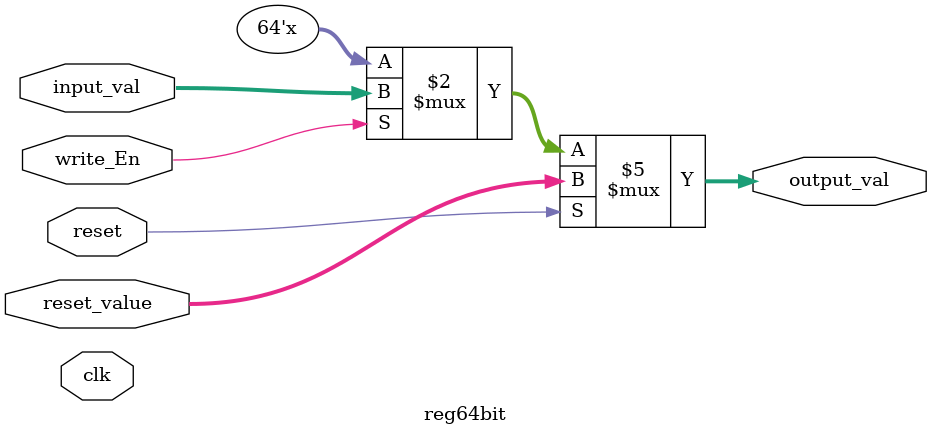
<source format=v>

module bubble_reg64bit (clk,input_val,output_val,En,reset,reset_value);

input clk,reset,En;
input [63:0] input_val,reset_value;
output reg [63:0] output_val;

always@(*)
begin
  if(reset) output_val<=reset_value;
  else if(En) output_val<=input_val;
end

endmodule


// Using the above in the below, do procces the respective action
module pipeline_reg64 (clk,input_val,output_val,stall,bubble,bubble_val);

input clk,stall,bubble;
input [63:0] input_val,bubble_val;
output [63:0] output_val;

bubble_reg64bit uut4(clk,input_val,output_val,~stall,bubble,bubble_val);

endmodule


// This is used in writing the data memory
module reg64bit (clk,input_val,output_val,write_En,reset,reset_value);

input clk,reset,write_En;
input [63:0] input_val,reset_value;
output reg [63:0] output_val;

always@(*)
begin
  if(reset) output_val<=reset_value;
  else if(write_En) output_val<=input_val;
end
endmodule
</source>
